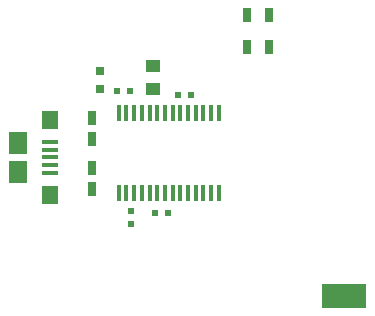
<source format=gtp>
G04 #@! TF.FileFunction,Paste,Top*
%FSLAX46Y46*%
G04 Gerber Fmt 4.6, Leading zero omitted, Abs format (unit mm)*
G04 Created by KiCad (PCBNEW 4.0.1-stable) date 3/26/2016 6:41:50 PM*
%MOMM*%
G01*
G04 APERTURE LIST*
%ADD10C,0.150000*%
%ADD11R,1.250000X1.000000*%
%ADD12R,0.750000X0.800000*%
%ADD13R,0.600000X0.500000*%
%ADD14R,0.500000X0.600000*%
%ADD15R,0.762000X1.270000*%
%ADD16R,1.600000X1.900000*%
%ADD17R,1.350000X0.400000*%
%ADD18R,1.400000X1.600000*%
%ADD19R,3.800000X2.030000*%
%ADD20R,0.700000X1.300000*%
%ADD21R,0.320000X1.400000*%
G04 APERTURE END LIST*
D10*
D11*
X141350000Y-101450000D03*
X141350000Y-103450000D03*
D12*
X136850000Y-101950000D03*
X136850000Y-103450000D03*
D13*
X143450000Y-103900000D03*
X144550000Y-103900000D03*
D14*
X139550000Y-114850000D03*
X139550000Y-113750000D03*
D15*
X136200000Y-110161000D03*
X136200000Y-111939000D03*
X136200000Y-107639000D03*
X136200000Y-105861000D03*
D13*
X139450000Y-103600000D03*
X138350000Y-103600000D03*
D16*
X129973200Y-108020000D03*
X129973200Y-110420000D03*
D17*
X132648200Y-109220000D03*
X132648200Y-109870000D03*
X132648200Y-110520000D03*
X132648200Y-108570000D03*
X132648200Y-107920000D03*
D18*
X132648200Y-106020000D03*
X132648200Y-112420000D03*
D13*
X142600000Y-113950000D03*
X141500000Y-113950000D03*
D19*
X157500000Y-121000000D03*
D20*
X151200000Y-99850000D03*
X149300000Y-99850000D03*
X151200000Y-97200000D03*
X149300000Y-97200000D03*
D21*
X146925000Y-112225000D03*
X146925000Y-105475000D03*
X146275000Y-112225000D03*
X146275000Y-105475000D03*
X145625000Y-112225000D03*
X145625000Y-105475000D03*
X144975000Y-112225000D03*
X144975000Y-105475000D03*
X144325000Y-112225000D03*
X144325000Y-105475000D03*
X143675000Y-112225000D03*
X143675000Y-105475000D03*
X143025000Y-112225000D03*
X143025000Y-105475000D03*
X142375000Y-112225000D03*
X142375000Y-105475000D03*
X141725000Y-112225000D03*
X141725000Y-105475000D03*
X141075000Y-112225000D03*
X141075000Y-105475000D03*
X140425000Y-112225000D03*
X140425000Y-105475000D03*
X139775000Y-112225000D03*
X139775000Y-105475000D03*
X139125000Y-112225000D03*
X139125000Y-105475000D03*
X138475000Y-112225000D03*
X138475000Y-105475000D03*
M02*

</source>
